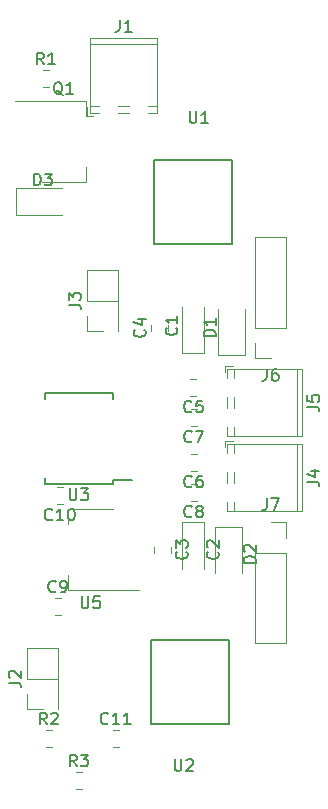
<source format=gto>
G04 #@! TF.GenerationSoftware,KiCad,Pcbnew,(5.0.0)*
G04 #@! TF.CreationDate,2018-10-08T14:17:52+01:00*
G04 #@! TF.ProjectId,Motor Shield,4D6F746F7220536869656C642E6B6963,rev?*
G04 #@! TF.SameCoordinates,Original*
G04 #@! TF.FileFunction,Legend,Top*
G04 #@! TF.FilePolarity,Positive*
%FSLAX46Y46*%
G04 Gerber Fmt 4.6, Leading zero omitted, Abs format (unit mm)*
G04 Created by KiCad (PCBNEW (5.0.0)) date 10/08/18 14:17:52*
%MOMM*%
%LPD*%
G01*
G04 APERTURE LIST*
%ADD10C,0.120000*%
%ADD11C,0.150000*%
G04 APERTURE END LIST*
D10*
G04 #@! TO.C,D1*
X165997000Y-91110000D02*
X165997000Y-94995000D01*
X165997000Y-94995000D02*
X168267000Y-94995000D01*
X168267000Y-94995000D02*
X168267000Y-91110000D01*
G04 #@! TO.C,D3*
X152730000Y-80907000D02*
X148845000Y-80907000D01*
X148845000Y-80907000D02*
X148845000Y-83177000D01*
X148845000Y-83177000D02*
X152730000Y-83177000D01*
G04 #@! TO.C,J4*
X166526000Y-102340000D02*
X166526000Y-102840000D01*
X167266000Y-102340000D02*
X166526000Y-102340000D01*
X173086000Y-108240000D02*
X166766000Y-108240000D01*
X173086000Y-102580000D02*
X166766000Y-102580000D01*
X166766000Y-107470000D02*
X166766000Y-108240000D01*
X166766000Y-104930000D02*
X166766000Y-105890000D01*
X166766000Y-102580000D02*
X166766000Y-103350000D01*
X173086000Y-102580000D02*
X173086000Y-108240000D01*
X172626000Y-102580000D02*
X172626000Y-108240000D01*
X167326000Y-107470000D02*
X167326000Y-108240000D01*
X167326000Y-104930000D02*
X167326000Y-105890000D01*
X167326000Y-102580000D02*
X167326000Y-103350000D01*
G04 #@! TO.C,J5*
X167326000Y-96230000D02*
X167326000Y-97000000D01*
X167326000Y-98580000D02*
X167326000Y-99540000D01*
X167326000Y-101120000D02*
X167326000Y-101890000D01*
X172626000Y-96230000D02*
X172626000Y-101890000D01*
X173086000Y-96230000D02*
X173086000Y-101890000D01*
X166766000Y-96230000D02*
X166766000Y-97000000D01*
X166766000Y-98580000D02*
X166766000Y-99540000D01*
X166766000Y-101120000D02*
X166766000Y-101890000D01*
X173086000Y-96230000D02*
X166766000Y-96230000D01*
X173086000Y-101890000D02*
X166766000Y-101890000D01*
X167266000Y-95990000D02*
X166526000Y-95990000D01*
X166526000Y-95990000D02*
X166526000Y-96490000D01*
D11*
G04 #@! TO.C,U1*
X160528000Y-78486000D02*
X167132000Y-78486000D01*
X167132000Y-78486000D02*
X167132000Y-85598000D01*
X167132000Y-85598000D02*
X160528000Y-85598000D01*
X160528000Y-85598000D02*
X160528000Y-78486000D01*
D10*
G04 #@! TO.C,Q1*
X154818000Y-80372000D02*
X154818000Y-79112000D01*
X154818000Y-73552000D02*
X154818000Y-74812000D01*
X151058000Y-80372000D02*
X154818000Y-80372000D01*
X148808000Y-73552000D02*
X154818000Y-73552000D01*
G04 #@! TO.C,R1*
X151125422Y-70918000D02*
X151642578Y-70918000D01*
X151125422Y-72338000D02*
X151642578Y-72338000D01*
G04 #@! TO.C,C1*
X162895000Y-90936000D02*
X162895000Y-94846000D01*
X162895000Y-94846000D02*
X164765000Y-94846000D01*
X164765000Y-94846000D02*
X164765000Y-90936000D01*
G04 #@! TO.C,C4*
X160326000Y-92968578D02*
X160326000Y-92451422D01*
X161746000Y-92968578D02*
X161746000Y-92451422D01*
G04 #@! TO.C,C5*
X164151078Y-98500000D02*
X163633922Y-98500000D01*
X164151078Y-97080000D02*
X163633922Y-97080000D01*
G04 #@! TO.C,C7*
X164167078Y-99620000D02*
X163649922Y-99620000D01*
X164167078Y-101040000D02*
X163649922Y-101040000D01*
G04 #@! TO.C,C6*
X164167078Y-104850000D02*
X163649922Y-104850000D01*
X164167078Y-103430000D02*
X163649922Y-103430000D01*
G04 #@! TO.C,C8*
X164167078Y-105970000D02*
X163649922Y-105970000D01*
X164167078Y-107390000D02*
X163649922Y-107390000D01*
G04 #@! TO.C,C2*
X164765000Y-113106000D02*
X164765000Y-109196000D01*
X164765000Y-109196000D02*
X162895000Y-109196000D01*
X162895000Y-109196000D02*
X162895000Y-113106000D01*
D11*
G04 #@! TO.C,U2*
X166878000Y-126238000D02*
X160274000Y-126238000D01*
X160274000Y-126238000D02*
X160274000Y-119126000D01*
X160274000Y-119126000D02*
X166878000Y-119126000D01*
X166878000Y-119126000D02*
X166878000Y-126238000D01*
D10*
G04 #@! TO.C,C11*
X157045922Y-126798000D02*
X157563078Y-126798000D01*
X157045922Y-128218000D02*
X157563078Y-128218000D01*
G04 #@! TO.C,R3*
X153919422Y-130354000D02*
X154436578Y-130354000D01*
X153919422Y-131774000D02*
X154436578Y-131774000D01*
G04 #@! TO.C,R2*
X151379422Y-126798000D02*
X151896578Y-126798000D01*
X151379422Y-128218000D02*
X151896578Y-128218000D01*
G04 #@! TO.C,J3*
X157540000Y-93024000D02*
X157540000Y-87824000D01*
X157480000Y-93024000D02*
X157540000Y-93024000D01*
X154880000Y-87824000D02*
X157540000Y-87824000D01*
X157480000Y-93024000D02*
X157480000Y-90424000D01*
X157480000Y-90424000D02*
X154880000Y-90424000D01*
X154880000Y-90424000D02*
X154880000Y-87824000D01*
X156210000Y-93024000D02*
X154880000Y-93024000D01*
X154880000Y-93024000D02*
X154880000Y-91694000D01*
G04 #@! TO.C,J2*
X152460000Y-125028000D02*
X152460000Y-119828000D01*
X152400000Y-125028000D02*
X152460000Y-125028000D01*
X149800000Y-119828000D02*
X152460000Y-119828000D01*
X152400000Y-125028000D02*
X152400000Y-122428000D01*
X152400000Y-122428000D02*
X149800000Y-122428000D01*
X149800000Y-122428000D02*
X149800000Y-119828000D01*
X151130000Y-125028000D02*
X149800000Y-125028000D01*
X149800000Y-125028000D02*
X149800000Y-123698000D01*
G04 #@! TO.C,D2*
X168013000Y-113490000D02*
X168013000Y-109605000D01*
X168013000Y-109605000D02*
X165743000Y-109605000D01*
X165743000Y-109605000D02*
X165743000Y-113490000D01*
D11*
G04 #@! TO.C,U3*
X157053000Y-105933000D02*
X157053000Y-105583000D01*
X151303000Y-105933000D02*
X151303000Y-105483000D01*
X151303000Y-98283000D02*
X151303000Y-98733000D01*
X157053000Y-98283000D02*
X157053000Y-98733000D01*
X157053000Y-105933000D02*
X151303000Y-105933000D01*
X157053000Y-98283000D02*
X151303000Y-98283000D01*
X157053000Y-105583000D02*
X158653000Y-105583000D01*
D10*
G04 #@! TO.C,U5*
X153284000Y-108096000D02*
X153284000Y-109356000D01*
X153284000Y-114916000D02*
X153284000Y-113656000D01*
X157044000Y-108096000D02*
X153284000Y-108096000D01*
X159294000Y-114916000D02*
X153284000Y-114916000D01*
G04 #@! TO.C,J6*
X171764000Y-92710000D02*
X169104000Y-92710000D01*
X171764000Y-92710000D02*
X171764000Y-85030000D01*
X171764000Y-85030000D02*
X169104000Y-85030000D01*
X169104000Y-92710000D02*
X169104000Y-85030000D01*
X169104000Y-95310000D02*
X169104000Y-93980000D01*
X170434000Y-95310000D02*
X169104000Y-95310000D01*
G04 #@! TO.C,J7*
X170434000Y-109160000D02*
X171764000Y-109160000D01*
X171764000Y-109160000D02*
X171764000Y-110490000D01*
X171764000Y-111760000D02*
X171764000Y-119440000D01*
X169104000Y-119440000D02*
X171764000Y-119440000D01*
X169104000Y-111760000D02*
X169104000Y-119440000D01*
X169104000Y-111760000D02*
X171764000Y-111760000D01*
G04 #@! TO.C,C10*
X152834078Y-107644000D02*
X152316922Y-107644000D01*
X152834078Y-106224000D02*
X152316922Y-106224000D01*
G04 #@! TO.C,J1*
X155158000Y-73974000D02*
X155928000Y-73974000D01*
X157508000Y-73974000D02*
X158468000Y-73974000D01*
X160048000Y-73974000D02*
X160818000Y-73974000D01*
X155158000Y-68674000D02*
X160818000Y-68674000D01*
X155158000Y-68214000D02*
X160818000Y-68214000D01*
X155158000Y-74534000D02*
X155928000Y-74534000D01*
X157508000Y-74534000D02*
X158468000Y-74534000D01*
X160048000Y-74534000D02*
X160818000Y-74534000D01*
X155158000Y-68214000D02*
X155158000Y-74534000D01*
X160818000Y-68214000D02*
X160818000Y-74534000D01*
X154918000Y-74034000D02*
X154918000Y-74774000D01*
X154918000Y-74774000D02*
X155418000Y-74774000D01*
G04 #@! TO.C,C3*
X162000000Y-111247422D02*
X162000000Y-111764578D01*
X160580000Y-111247422D02*
X160580000Y-111764578D01*
G04 #@! TO.C,C9*
X152141422Y-115622000D02*
X152658578Y-115622000D01*
X152141422Y-117042000D02*
X152658578Y-117042000D01*
G04 #@! TO.C,D1*
D11*
X165764380Y-93448095D02*
X164764380Y-93448095D01*
X164764380Y-93210000D01*
X164812000Y-93067142D01*
X164907238Y-92971904D01*
X165002476Y-92924285D01*
X165192952Y-92876666D01*
X165335809Y-92876666D01*
X165526285Y-92924285D01*
X165621523Y-92971904D01*
X165716761Y-93067142D01*
X165764380Y-93210000D01*
X165764380Y-93448095D01*
X165764380Y-91924285D02*
X165764380Y-92495714D01*
X165764380Y-92210000D02*
X164764380Y-92210000D01*
X164907238Y-92305238D01*
X165002476Y-92400476D01*
X165050095Y-92495714D01*
G04 #@! TO.C,D3*
X150391904Y-80674380D02*
X150391904Y-79674380D01*
X150630000Y-79674380D01*
X150772857Y-79722000D01*
X150868095Y-79817238D01*
X150915714Y-79912476D01*
X150963333Y-80102952D01*
X150963333Y-80245809D01*
X150915714Y-80436285D01*
X150868095Y-80531523D01*
X150772857Y-80626761D01*
X150630000Y-80674380D01*
X150391904Y-80674380D01*
X151296666Y-79674380D02*
X151915714Y-79674380D01*
X151582380Y-80055333D01*
X151725238Y-80055333D01*
X151820476Y-80102952D01*
X151868095Y-80150571D01*
X151915714Y-80245809D01*
X151915714Y-80483904D01*
X151868095Y-80579142D01*
X151820476Y-80626761D01*
X151725238Y-80674380D01*
X151439523Y-80674380D01*
X151344285Y-80626761D01*
X151296666Y-80579142D01*
G04 #@! TO.C,J4*
X173538380Y-105743333D02*
X174252666Y-105743333D01*
X174395523Y-105790952D01*
X174490761Y-105886190D01*
X174538380Y-106029047D01*
X174538380Y-106124285D01*
X173871714Y-104838571D02*
X174538380Y-104838571D01*
X173490761Y-105076666D02*
X174205047Y-105314761D01*
X174205047Y-104695714D01*
G04 #@! TO.C,J5*
X173538380Y-99393333D02*
X174252666Y-99393333D01*
X174395523Y-99440952D01*
X174490761Y-99536190D01*
X174538380Y-99679047D01*
X174538380Y-99774285D01*
X173538380Y-98440952D02*
X173538380Y-98917142D01*
X174014571Y-98964761D01*
X173966952Y-98917142D01*
X173919333Y-98821904D01*
X173919333Y-98583809D01*
X173966952Y-98488571D01*
X174014571Y-98440952D01*
X174109809Y-98393333D01*
X174347904Y-98393333D01*
X174443142Y-98440952D01*
X174490761Y-98488571D01*
X174538380Y-98583809D01*
X174538380Y-98821904D01*
X174490761Y-98917142D01*
X174443142Y-98964761D01*
G04 #@! TO.C,U1*
X163576095Y-74382380D02*
X163576095Y-75191904D01*
X163623714Y-75287142D01*
X163671333Y-75334761D01*
X163766571Y-75382380D01*
X163957047Y-75382380D01*
X164052285Y-75334761D01*
X164099904Y-75287142D01*
X164147523Y-75191904D01*
X164147523Y-74382380D01*
X165147523Y-75382380D02*
X164576095Y-75382380D01*
X164861809Y-75382380D02*
X164861809Y-74382380D01*
X164766571Y-74525238D01*
X164671333Y-74620476D01*
X164576095Y-74668095D01*
G04 #@! TO.C,Q1*
X152812761Y-73009619D02*
X152717523Y-72962000D01*
X152622285Y-72866761D01*
X152479428Y-72723904D01*
X152384190Y-72676285D01*
X152288952Y-72676285D01*
X152336571Y-72914380D02*
X152241333Y-72866761D01*
X152146095Y-72771523D01*
X152098476Y-72581047D01*
X152098476Y-72247714D01*
X152146095Y-72057238D01*
X152241333Y-71962000D01*
X152336571Y-71914380D01*
X152527047Y-71914380D01*
X152622285Y-71962000D01*
X152717523Y-72057238D01*
X152765142Y-72247714D01*
X152765142Y-72581047D01*
X152717523Y-72771523D01*
X152622285Y-72866761D01*
X152527047Y-72914380D01*
X152336571Y-72914380D01*
X153717523Y-72914380D02*
X153146095Y-72914380D01*
X153431809Y-72914380D02*
X153431809Y-71914380D01*
X153336571Y-72057238D01*
X153241333Y-72152476D01*
X153146095Y-72200095D01*
G04 #@! TO.C,R1*
X151217333Y-70430380D02*
X150884000Y-69954190D01*
X150645904Y-70430380D02*
X150645904Y-69430380D01*
X151026857Y-69430380D01*
X151122095Y-69478000D01*
X151169714Y-69525619D01*
X151217333Y-69620857D01*
X151217333Y-69763714D01*
X151169714Y-69858952D01*
X151122095Y-69906571D01*
X151026857Y-69954190D01*
X150645904Y-69954190D01*
X152169714Y-70430380D02*
X151598285Y-70430380D01*
X151884000Y-70430380D02*
X151884000Y-69430380D01*
X151788761Y-69573238D01*
X151693523Y-69668476D01*
X151598285Y-69716095D01*
G04 #@! TO.C,C1*
X162437142Y-92702666D02*
X162484761Y-92750285D01*
X162532380Y-92893142D01*
X162532380Y-92988380D01*
X162484761Y-93131238D01*
X162389523Y-93226476D01*
X162294285Y-93274095D01*
X162103809Y-93321714D01*
X161960952Y-93321714D01*
X161770476Y-93274095D01*
X161675238Y-93226476D01*
X161580000Y-93131238D01*
X161532380Y-92988380D01*
X161532380Y-92893142D01*
X161580000Y-92750285D01*
X161627619Y-92702666D01*
X162532380Y-91750285D02*
X162532380Y-92321714D01*
X162532380Y-92036000D02*
X161532380Y-92036000D01*
X161675238Y-92131238D01*
X161770476Y-92226476D01*
X161818095Y-92321714D01*
G04 #@! TO.C,C4*
X159743142Y-92876666D02*
X159790761Y-92924285D01*
X159838380Y-93067142D01*
X159838380Y-93162380D01*
X159790761Y-93305238D01*
X159695523Y-93400476D01*
X159600285Y-93448095D01*
X159409809Y-93495714D01*
X159266952Y-93495714D01*
X159076476Y-93448095D01*
X158981238Y-93400476D01*
X158886000Y-93305238D01*
X158838380Y-93162380D01*
X158838380Y-93067142D01*
X158886000Y-92924285D01*
X158933619Y-92876666D01*
X159171714Y-92019523D02*
X159838380Y-92019523D01*
X158790761Y-92257619D02*
X159505047Y-92495714D01*
X159505047Y-91876666D01*
G04 #@! TO.C,C5*
X163725833Y-99797142D02*
X163678214Y-99844761D01*
X163535357Y-99892380D01*
X163440119Y-99892380D01*
X163297261Y-99844761D01*
X163202023Y-99749523D01*
X163154404Y-99654285D01*
X163106785Y-99463809D01*
X163106785Y-99320952D01*
X163154404Y-99130476D01*
X163202023Y-99035238D01*
X163297261Y-98940000D01*
X163440119Y-98892380D01*
X163535357Y-98892380D01*
X163678214Y-98940000D01*
X163725833Y-98987619D01*
X164630595Y-98892380D02*
X164154404Y-98892380D01*
X164106785Y-99368571D01*
X164154404Y-99320952D01*
X164249642Y-99273333D01*
X164487738Y-99273333D01*
X164582976Y-99320952D01*
X164630595Y-99368571D01*
X164678214Y-99463809D01*
X164678214Y-99701904D01*
X164630595Y-99797142D01*
X164582976Y-99844761D01*
X164487738Y-99892380D01*
X164249642Y-99892380D01*
X164154404Y-99844761D01*
X164106785Y-99797142D01*
G04 #@! TO.C,C7*
X163741833Y-102337142D02*
X163694214Y-102384761D01*
X163551357Y-102432380D01*
X163456119Y-102432380D01*
X163313261Y-102384761D01*
X163218023Y-102289523D01*
X163170404Y-102194285D01*
X163122785Y-102003809D01*
X163122785Y-101860952D01*
X163170404Y-101670476D01*
X163218023Y-101575238D01*
X163313261Y-101480000D01*
X163456119Y-101432380D01*
X163551357Y-101432380D01*
X163694214Y-101480000D01*
X163741833Y-101527619D01*
X164075166Y-101432380D02*
X164741833Y-101432380D01*
X164313261Y-102432380D01*
G04 #@! TO.C,C6*
X163741833Y-106147142D02*
X163694214Y-106194761D01*
X163551357Y-106242380D01*
X163456119Y-106242380D01*
X163313261Y-106194761D01*
X163218023Y-106099523D01*
X163170404Y-106004285D01*
X163122785Y-105813809D01*
X163122785Y-105670952D01*
X163170404Y-105480476D01*
X163218023Y-105385238D01*
X163313261Y-105290000D01*
X163456119Y-105242380D01*
X163551357Y-105242380D01*
X163694214Y-105290000D01*
X163741833Y-105337619D01*
X164598976Y-105242380D02*
X164408500Y-105242380D01*
X164313261Y-105290000D01*
X164265642Y-105337619D01*
X164170404Y-105480476D01*
X164122785Y-105670952D01*
X164122785Y-106051904D01*
X164170404Y-106147142D01*
X164218023Y-106194761D01*
X164313261Y-106242380D01*
X164503738Y-106242380D01*
X164598976Y-106194761D01*
X164646595Y-106147142D01*
X164694214Y-106051904D01*
X164694214Y-105813809D01*
X164646595Y-105718571D01*
X164598976Y-105670952D01*
X164503738Y-105623333D01*
X164313261Y-105623333D01*
X164218023Y-105670952D01*
X164170404Y-105718571D01*
X164122785Y-105813809D01*
G04 #@! TO.C,C8*
X163741833Y-108687142D02*
X163694214Y-108734761D01*
X163551357Y-108782380D01*
X163456119Y-108782380D01*
X163313261Y-108734761D01*
X163218023Y-108639523D01*
X163170404Y-108544285D01*
X163122785Y-108353809D01*
X163122785Y-108210952D01*
X163170404Y-108020476D01*
X163218023Y-107925238D01*
X163313261Y-107830000D01*
X163456119Y-107782380D01*
X163551357Y-107782380D01*
X163694214Y-107830000D01*
X163741833Y-107877619D01*
X164313261Y-108210952D02*
X164218023Y-108163333D01*
X164170404Y-108115714D01*
X164122785Y-108020476D01*
X164122785Y-107972857D01*
X164170404Y-107877619D01*
X164218023Y-107830000D01*
X164313261Y-107782380D01*
X164503738Y-107782380D01*
X164598976Y-107830000D01*
X164646595Y-107877619D01*
X164694214Y-107972857D01*
X164694214Y-108020476D01*
X164646595Y-108115714D01*
X164598976Y-108163333D01*
X164503738Y-108210952D01*
X164313261Y-108210952D01*
X164218023Y-108258571D01*
X164170404Y-108306190D01*
X164122785Y-108401428D01*
X164122785Y-108591904D01*
X164170404Y-108687142D01*
X164218023Y-108734761D01*
X164313261Y-108782380D01*
X164503738Y-108782380D01*
X164598976Y-108734761D01*
X164646595Y-108687142D01*
X164694214Y-108591904D01*
X164694214Y-108401428D01*
X164646595Y-108306190D01*
X164598976Y-108258571D01*
X164503738Y-108210952D01*
G04 #@! TO.C,C2*
X165937142Y-111672666D02*
X165984761Y-111720285D01*
X166032380Y-111863142D01*
X166032380Y-111958380D01*
X165984761Y-112101238D01*
X165889523Y-112196476D01*
X165794285Y-112244095D01*
X165603809Y-112291714D01*
X165460952Y-112291714D01*
X165270476Y-112244095D01*
X165175238Y-112196476D01*
X165080000Y-112101238D01*
X165032380Y-111958380D01*
X165032380Y-111863142D01*
X165080000Y-111720285D01*
X165127619Y-111672666D01*
X165127619Y-111291714D02*
X165080000Y-111244095D01*
X165032380Y-111148857D01*
X165032380Y-110910761D01*
X165080000Y-110815523D01*
X165127619Y-110767904D01*
X165222857Y-110720285D01*
X165318095Y-110720285D01*
X165460952Y-110767904D01*
X166032380Y-111339333D01*
X166032380Y-110720285D01*
G04 #@! TO.C,U2*
X162306095Y-129246380D02*
X162306095Y-130055904D01*
X162353714Y-130151142D01*
X162401333Y-130198761D01*
X162496571Y-130246380D01*
X162687047Y-130246380D01*
X162782285Y-130198761D01*
X162829904Y-130151142D01*
X162877523Y-130055904D01*
X162877523Y-129246380D01*
X163306095Y-129341619D02*
X163353714Y-129294000D01*
X163448952Y-129246380D01*
X163687047Y-129246380D01*
X163782285Y-129294000D01*
X163829904Y-129341619D01*
X163877523Y-129436857D01*
X163877523Y-129532095D01*
X163829904Y-129674952D01*
X163258476Y-130246380D01*
X163877523Y-130246380D01*
G04 #@! TO.C,C11*
X156661642Y-126215142D02*
X156614023Y-126262761D01*
X156471166Y-126310380D01*
X156375928Y-126310380D01*
X156233071Y-126262761D01*
X156137833Y-126167523D01*
X156090214Y-126072285D01*
X156042595Y-125881809D01*
X156042595Y-125738952D01*
X156090214Y-125548476D01*
X156137833Y-125453238D01*
X156233071Y-125358000D01*
X156375928Y-125310380D01*
X156471166Y-125310380D01*
X156614023Y-125358000D01*
X156661642Y-125405619D01*
X157614023Y-126310380D02*
X157042595Y-126310380D01*
X157328309Y-126310380D02*
X157328309Y-125310380D01*
X157233071Y-125453238D01*
X157137833Y-125548476D01*
X157042595Y-125596095D01*
X158566404Y-126310380D02*
X157994976Y-126310380D01*
X158280690Y-126310380D02*
X158280690Y-125310380D01*
X158185452Y-125453238D01*
X158090214Y-125548476D01*
X157994976Y-125596095D01*
G04 #@! TO.C,R3*
X154011333Y-129866380D02*
X153678000Y-129390190D01*
X153439904Y-129866380D02*
X153439904Y-128866380D01*
X153820857Y-128866380D01*
X153916095Y-128914000D01*
X153963714Y-128961619D01*
X154011333Y-129056857D01*
X154011333Y-129199714D01*
X153963714Y-129294952D01*
X153916095Y-129342571D01*
X153820857Y-129390190D01*
X153439904Y-129390190D01*
X154344666Y-128866380D02*
X154963714Y-128866380D01*
X154630380Y-129247333D01*
X154773238Y-129247333D01*
X154868476Y-129294952D01*
X154916095Y-129342571D01*
X154963714Y-129437809D01*
X154963714Y-129675904D01*
X154916095Y-129771142D01*
X154868476Y-129818761D01*
X154773238Y-129866380D01*
X154487523Y-129866380D01*
X154392285Y-129818761D01*
X154344666Y-129771142D01*
G04 #@! TO.C,R2*
X151471333Y-126310380D02*
X151138000Y-125834190D01*
X150899904Y-126310380D02*
X150899904Y-125310380D01*
X151280857Y-125310380D01*
X151376095Y-125358000D01*
X151423714Y-125405619D01*
X151471333Y-125500857D01*
X151471333Y-125643714D01*
X151423714Y-125738952D01*
X151376095Y-125786571D01*
X151280857Y-125834190D01*
X150899904Y-125834190D01*
X151852285Y-125405619D02*
X151899904Y-125358000D01*
X151995142Y-125310380D01*
X152233238Y-125310380D01*
X152328476Y-125358000D01*
X152376095Y-125405619D01*
X152423714Y-125500857D01*
X152423714Y-125596095D01*
X152376095Y-125738952D01*
X151804666Y-126310380D01*
X152423714Y-126310380D01*
G04 #@! TO.C,J3*
X153332380Y-90757333D02*
X154046666Y-90757333D01*
X154189523Y-90804952D01*
X154284761Y-90900190D01*
X154332380Y-91043047D01*
X154332380Y-91138285D01*
X153332380Y-90376380D02*
X153332380Y-89757333D01*
X153713333Y-90090666D01*
X153713333Y-89947809D01*
X153760952Y-89852571D01*
X153808571Y-89804952D01*
X153903809Y-89757333D01*
X154141904Y-89757333D01*
X154237142Y-89804952D01*
X154284761Y-89852571D01*
X154332380Y-89947809D01*
X154332380Y-90233523D01*
X154284761Y-90328761D01*
X154237142Y-90376380D01*
G04 #@! TO.C,J2*
X148252380Y-122761333D02*
X148966666Y-122761333D01*
X149109523Y-122808952D01*
X149204761Y-122904190D01*
X149252380Y-123047047D01*
X149252380Y-123142285D01*
X148347619Y-122332761D02*
X148300000Y-122285142D01*
X148252380Y-122189904D01*
X148252380Y-121951809D01*
X148300000Y-121856571D01*
X148347619Y-121808952D01*
X148442857Y-121761333D01*
X148538095Y-121761333D01*
X148680952Y-121808952D01*
X149252380Y-122380380D01*
X149252380Y-121761333D01*
G04 #@! TO.C,D2*
X169150380Y-112628095D02*
X168150380Y-112628095D01*
X168150380Y-112390000D01*
X168198000Y-112247142D01*
X168293238Y-112151904D01*
X168388476Y-112104285D01*
X168578952Y-112056666D01*
X168721809Y-112056666D01*
X168912285Y-112104285D01*
X169007523Y-112151904D01*
X169102761Y-112247142D01*
X169150380Y-112390000D01*
X169150380Y-112628095D01*
X168245619Y-111675714D02*
X168198000Y-111628095D01*
X168150380Y-111532857D01*
X168150380Y-111294761D01*
X168198000Y-111199523D01*
X168245619Y-111151904D01*
X168340857Y-111104285D01*
X168436095Y-111104285D01*
X168578952Y-111151904D01*
X169150380Y-111723333D01*
X169150380Y-111104285D01*
G04 #@! TO.C,U3*
X153416095Y-106310380D02*
X153416095Y-107119904D01*
X153463714Y-107215142D01*
X153511333Y-107262761D01*
X153606571Y-107310380D01*
X153797047Y-107310380D01*
X153892285Y-107262761D01*
X153939904Y-107215142D01*
X153987523Y-107119904D01*
X153987523Y-106310380D01*
X154368476Y-106310380D02*
X154987523Y-106310380D01*
X154654190Y-106691333D01*
X154797047Y-106691333D01*
X154892285Y-106738952D01*
X154939904Y-106786571D01*
X154987523Y-106881809D01*
X154987523Y-107119904D01*
X154939904Y-107215142D01*
X154892285Y-107262761D01*
X154797047Y-107310380D01*
X154511333Y-107310380D01*
X154416095Y-107262761D01*
X154368476Y-107215142D01*
G04 #@! TO.C,U5*
X154432095Y-115458380D02*
X154432095Y-116267904D01*
X154479714Y-116363142D01*
X154527333Y-116410761D01*
X154622571Y-116458380D01*
X154813047Y-116458380D01*
X154908285Y-116410761D01*
X154955904Y-116363142D01*
X155003523Y-116267904D01*
X155003523Y-115458380D01*
X155955904Y-115458380D02*
X155479714Y-115458380D01*
X155432095Y-115934571D01*
X155479714Y-115886952D01*
X155574952Y-115839333D01*
X155813047Y-115839333D01*
X155908285Y-115886952D01*
X155955904Y-115934571D01*
X156003523Y-116029809D01*
X156003523Y-116267904D01*
X155955904Y-116363142D01*
X155908285Y-116410761D01*
X155813047Y-116458380D01*
X155574952Y-116458380D01*
X155479714Y-116410761D01*
X155432095Y-116363142D01*
G04 #@! TO.C,J6*
X170100666Y-96202380D02*
X170100666Y-96916666D01*
X170053047Y-97059523D01*
X169957809Y-97154761D01*
X169814952Y-97202380D01*
X169719714Y-97202380D01*
X171005428Y-96202380D02*
X170814952Y-96202380D01*
X170719714Y-96250000D01*
X170672095Y-96297619D01*
X170576857Y-96440476D01*
X170529238Y-96630952D01*
X170529238Y-97011904D01*
X170576857Y-97107142D01*
X170624476Y-97154761D01*
X170719714Y-97202380D01*
X170910190Y-97202380D01*
X171005428Y-97154761D01*
X171053047Y-97107142D01*
X171100666Y-97011904D01*
X171100666Y-96773809D01*
X171053047Y-96678571D01*
X171005428Y-96630952D01*
X170910190Y-96583333D01*
X170719714Y-96583333D01*
X170624476Y-96630952D01*
X170576857Y-96678571D01*
X170529238Y-96773809D01*
G04 #@! TO.C,J7*
X170100666Y-107172380D02*
X170100666Y-107886666D01*
X170053047Y-108029523D01*
X169957809Y-108124761D01*
X169814952Y-108172380D01*
X169719714Y-108172380D01*
X170481619Y-107172380D02*
X171148285Y-107172380D01*
X170719714Y-108172380D01*
G04 #@! TO.C,C10*
X151932642Y-108941142D02*
X151885023Y-108988761D01*
X151742166Y-109036380D01*
X151646928Y-109036380D01*
X151504071Y-108988761D01*
X151408833Y-108893523D01*
X151361214Y-108798285D01*
X151313595Y-108607809D01*
X151313595Y-108464952D01*
X151361214Y-108274476D01*
X151408833Y-108179238D01*
X151504071Y-108084000D01*
X151646928Y-108036380D01*
X151742166Y-108036380D01*
X151885023Y-108084000D01*
X151932642Y-108131619D01*
X152885023Y-109036380D02*
X152313595Y-109036380D01*
X152599309Y-109036380D02*
X152599309Y-108036380D01*
X152504071Y-108179238D01*
X152408833Y-108274476D01*
X152313595Y-108322095D01*
X153504071Y-108036380D02*
X153599309Y-108036380D01*
X153694547Y-108084000D01*
X153742166Y-108131619D01*
X153789785Y-108226857D01*
X153837404Y-108417333D01*
X153837404Y-108655428D01*
X153789785Y-108845904D01*
X153742166Y-108941142D01*
X153694547Y-108988761D01*
X153599309Y-109036380D01*
X153504071Y-109036380D01*
X153408833Y-108988761D01*
X153361214Y-108941142D01*
X153313595Y-108845904D01*
X153265976Y-108655428D01*
X153265976Y-108417333D01*
X153313595Y-108226857D01*
X153361214Y-108131619D01*
X153408833Y-108084000D01*
X153504071Y-108036380D01*
G04 #@! TO.C,J1*
X157654666Y-66666380D02*
X157654666Y-67380666D01*
X157607047Y-67523523D01*
X157511809Y-67618761D01*
X157368952Y-67666380D01*
X157273714Y-67666380D01*
X158654666Y-67666380D02*
X158083238Y-67666380D01*
X158368952Y-67666380D02*
X158368952Y-66666380D01*
X158273714Y-66809238D01*
X158178476Y-66904476D01*
X158083238Y-66952095D01*
G04 #@! TO.C,C3*
X163297142Y-111672666D02*
X163344761Y-111720285D01*
X163392380Y-111863142D01*
X163392380Y-111958380D01*
X163344761Y-112101238D01*
X163249523Y-112196476D01*
X163154285Y-112244095D01*
X162963809Y-112291714D01*
X162820952Y-112291714D01*
X162630476Y-112244095D01*
X162535238Y-112196476D01*
X162440000Y-112101238D01*
X162392380Y-111958380D01*
X162392380Y-111863142D01*
X162440000Y-111720285D01*
X162487619Y-111672666D01*
X162392380Y-111339333D02*
X162392380Y-110720285D01*
X162773333Y-111053619D01*
X162773333Y-110910761D01*
X162820952Y-110815523D01*
X162868571Y-110767904D01*
X162963809Y-110720285D01*
X163201904Y-110720285D01*
X163297142Y-110767904D01*
X163344761Y-110815523D01*
X163392380Y-110910761D01*
X163392380Y-111196476D01*
X163344761Y-111291714D01*
X163297142Y-111339333D01*
G04 #@! TO.C,C9*
X152233333Y-115039142D02*
X152185714Y-115086761D01*
X152042857Y-115134380D01*
X151947619Y-115134380D01*
X151804761Y-115086761D01*
X151709523Y-114991523D01*
X151661904Y-114896285D01*
X151614285Y-114705809D01*
X151614285Y-114562952D01*
X151661904Y-114372476D01*
X151709523Y-114277238D01*
X151804761Y-114182000D01*
X151947619Y-114134380D01*
X152042857Y-114134380D01*
X152185714Y-114182000D01*
X152233333Y-114229619D01*
X152709523Y-115134380D02*
X152900000Y-115134380D01*
X152995238Y-115086761D01*
X153042857Y-115039142D01*
X153138095Y-114896285D01*
X153185714Y-114705809D01*
X153185714Y-114324857D01*
X153138095Y-114229619D01*
X153090476Y-114182000D01*
X152995238Y-114134380D01*
X152804761Y-114134380D01*
X152709523Y-114182000D01*
X152661904Y-114229619D01*
X152614285Y-114324857D01*
X152614285Y-114562952D01*
X152661904Y-114658190D01*
X152709523Y-114705809D01*
X152804761Y-114753428D01*
X152995238Y-114753428D01*
X153090476Y-114705809D01*
X153138095Y-114658190D01*
X153185714Y-114562952D01*
G04 #@! TD*
M02*

</source>
